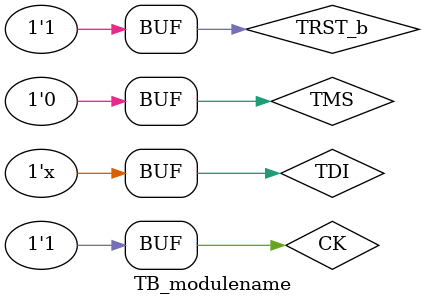
<source format=v>
`timescale 1ns/100ps


module TB_modulename();
	wire TDO;	//output signals
	reg CK, TRST_b, TMS, TDI;	//input signals

	//Insert correct wiring below
	modulename TOP (CLOCKS, INPUTS, OUTPUTS);

	initial begin
		CK = 1'b0;
		//Test vector 1
		{TRST_b, TMS, TDI} = 3'bZZZ;
		#5;
		#5;
		CK = 1'b0;
		//Test vector 2
		{TRST_b, TMS, TDI} = 3'b11Z;
		#5;
		CK = 1'b1;
		#5;
		CK = 1'b0;
		//Test vector 3
		{TRST_b, TMS, TDI} = 3'b01Z;
		#5;
		CK = 1'b1;
		#5;
		CK = 1'b0;
		//Test vector 4
		{TRST_b, TMS, TDI} = 3'b11Z;
		#5;
		CK = 1'b1;
		#5;
		CK = 1'b0;
		//Test vector 5
		{TRST_b, TMS, TDI} = 3'b10Z;
		#5;
		CK = 1'b1;
		#5;
		CK = 1'b0;
		//Test vector 6
		{TRST_b, TMS, TDI} = 3'b11Z;
		#5;
		CK = 1'b1;
		#5;
		CK = 1'b0;
		//Test vector 7
		{TRST_b, TMS, TDI} = 3'b11Z;
		#5;
		CK = 1'b1;
		#5;
		CK = 1'b0;
		//Test vector 8
		{TRST_b, TMS, TDI} = 3'b10Z;
		#5;
		CK = 1'b1;
		#5;
		CK = 1'b0;
		//Test vector 9
		{TRST_b, TMS, TDI} = 3'b10Z;
		#5;
		CK = 1'b1;
		#5;
		CK = 1'b0;
		//Test vector 10
		{TRST_b, TMS, TDI} = 3'b100;
		#5;
		CK = 1'b1;
		#5;
		CK = 1'b0;
		//Test vector 11
		{TRST_b, TMS, TDI} = 3'b111;
		#5;
		CK = 1'b1;
		#5;
		CK = 1'b0;
		//Test vector 12
		{TRST_b, TMS, TDI} = 3'b11Z;
		#5;
		CK = 1'b1;
		#5;
		CK = 1'b0;
		//Test vector 13
		{TRST_b, TMS, TDI} = 3'b11Z;
		#5;
		CK = 1'b1;
		#5;
		CK = 1'b0;
		//Test vector 14
		{TRST_b, TMS, TDI} = 3'b10Z;
		#5;
		CK = 1'b1;
		#5;
		CK = 1'b0;
		//Test vector 15
		{TRST_b, TMS, TDI} = 3'b10Z;
		#5;
		CK = 1'b1;
		#5;
		CK = 1'b0;
		//Test vector 16
		{TRST_b, TMS, TDI} = 3'b100;
		#5;
		CK = 1'b1;
		#5;
		CK = 1'b0;
		//Test vector 17
		{TRST_b, TMS, TDI} = 3'b100;
		#5;
		CK = 1'b1;
		#5;
		CK = 1'b0;
		//Test vector 18
		{TRST_b, TMS, TDI} = 3'b111;
		#5;
		CK = 1'b1;
		#5;
		CK = 1'b0;
		//Test vector 19
		{TRST_b, TMS, TDI} = 3'b11Z;
		#5;
		CK = 1'b1;
		#5;
		CK = 1'b0;
		//Test vector 20
		{TRST_b, TMS, TDI} = 3'b11Z;
		#5;
		CK = 1'b1;
		#5;
		CK = 1'b0;
		//Test vector 21
		{TRST_b, TMS, TDI} = 3'b10Z;
		#5;
		CK = 1'b1;
		#5;
		CK = 1'b0;
		//Test vector 22
		{TRST_b, TMS, TDI} = 3'b10Z;
		#5;
		CK = 1'b1;
		#5;
		CK = 1'b0;
		//Test vector 23
		{TRST_b, TMS, TDI} = 3'b100;
		#5;
		CK = 1'b1;
		#5;
		CK = 1'b0;
		//Test vector 24
		{TRST_b, TMS, TDI} = 3'b101;
		#5;
		CK = 1'b1;
		#5;
		CK = 1'b0;
		//Test vector 25
		{TRST_b, TMS, TDI} = 3'b111;
		#5;
		CK = 1'b1;
		#5;
		CK = 1'b0;
		//Test vector 26
		{TRST_b, TMS, TDI} = 3'b11Z;
		#5;
		CK = 1'b1;
		#5;
		CK = 1'b0;
		//Test vector 27
		{TRST_b, TMS, TDI} = 3'b11Z;
		#5;
		CK = 1'b1;
		#5;
		CK = 1'b0;
		//Test vector 28
		{TRST_b, TMS, TDI} = 3'b10Z;
		#5;
		CK = 1'b1;
		#5;
		CK = 1'b0;
		//Test vector 29
		{TRST_b, TMS, TDI} = 3'b10Z;
		#5;
		CK = 1'b1;
		#5;
		CK = 1'b0;
		//Test vector 30
		{TRST_b, TMS, TDI} = 3'b100;
		#5;
		CK = 1'b1;
		#5;
		CK = 1'b0;
		//Test vector 31
		{TRST_b, TMS, TDI} = 3'b101;
		#5;
		CK = 1'b1;
		#5;
		CK = 1'b0;
		//Test vector 32
		{TRST_b, TMS, TDI} = 3'b110;
		#5;
		CK = 1'b1;
		#5;
		CK = 1'b0;
		//Test vector 33
		{TRST_b, TMS, TDI} = 3'b11Z;
		#5;
		CK = 1'b1;
		#5;
		CK = 1'b0;
		//Test vector 34
		{TRST_b, TMS, TDI} = 3'b11Z;
		#5;
		CK = 1'b1;
		#5;
		CK = 1'b0;
		//Test vector 35
		{TRST_b, TMS, TDI} = 3'b10Z;
		#5;
		CK = 1'b1;
		#5;
		CK = 1'b0;
		//Test vector 36
		{TRST_b, TMS, TDI} = 3'b10Z;
		#5;
		CK = 1'b1;
		#5;
		CK = 1'b0;
		//Test vector 37
		{TRST_b, TMS, TDI} = 3'b100;
		#5;
		CK = 1'b1;
		#5;
		CK = 1'b0;
		//Test vector 38
		{TRST_b, TMS, TDI} = 3'b100;
		#5;
		CK = 1'b1;
		#5;
		CK = 1'b0;
		//Test vector 39
		{TRST_b, TMS, TDI} = 3'b110;
		#5;
		CK = 1'b1;
		#5;
		CK = 1'b0;
		//Test vector 40
		{TRST_b, TMS, TDI} = 3'b11Z;
		#5;
		CK = 1'b1;
		#5;
		CK = 1'b0;
		//Test vector 41
		{TRST_b, TMS, TDI} = 3'b11Z;
		#5;
		CK = 1'b1;
		#5;
		CK = 1'b0;
		//Test vector 42
		{TRST_b, TMS, TDI} = 3'b10Z;
		#5;
		CK = 1'b1;
		#5;
		CK = 1'b0;
		//Test vector 43
		{TRST_b, TMS, TDI} = 3'b10Z;
		#5;
		CK = 1'b1;
		#5;
		CK = 1'b0;
		//Test vector 44
		{TRST_b, TMS, TDI} = 3'b100;
		#5;
		CK = 1'b1;
		#5;
		CK = 1'b0;
		//Test vector 45
		{TRST_b, TMS, TDI} = 3'b100;
		#5;
		CK = 1'b1;
		#5;
		CK = 1'b0;
		//Test vector 46
		{TRST_b, TMS, TDI} = 3'b110;
		#5;
		CK = 1'b1;
		#5;
		CK = 1'b0;
		//Test vector 47
		{TRST_b, TMS, TDI} = 3'b11Z;
		#5;
		CK = 1'b1;
		#5;
		CK = 1'b0;
		//Test vector 48
		{TRST_b, TMS, TDI} = 3'b11Z;
		#5;
		CK = 1'b1;
		#5;
		CK = 1'b0;
		//Test vector 49
		{TRST_b, TMS, TDI} = 3'b10Z;
		#5;
		CK = 1'b1;
		#5;
		CK = 1'b0;
		//Test vector 50
		{TRST_b, TMS, TDI} = 3'b10Z;
		#5;
		CK = 1'b1;
		#5;
		CK = 1'b0;
		//Test vector 51
		{TRST_b, TMS, TDI} = 3'b10Z;
		#5;
		CK = 1'b1;
		#5;
		CK = 1'b0;
		//Test vector 52
		{TRST_b, TMS, TDI} = 3'b10Z;
		#5;
		CK = 1'b1;
		#5;
		CK = 1'b0;
		//Test vector 53
		{TRST_b, TMS, TDI} = 3'b11Z;
		#5;
		CK = 1'b1;
		#5;
		CK = 1'b0;
		//Test vector 54
		{TRST_b, TMS, TDI} = 3'b11Z;
		#5;
		CK = 1'b1;
		#5;
		CK = 1'b0;
		//Test vector 55
		{TRST_b, TMS, TDI} = 3'b11Z;
		#5;
		CK = 1'b1;
		#5;
		CK = 1'b0;
		//Test vector 56
		{TRST_b, TMS, TDI} = 3'b10Z;
		#5;
		CK = 1'b1;
		#5;
		CK = 1'b0;
		//Test vector 57
		{TRST_b, TMS, TDI} = 3'b10Z;
		#5;
		CK = 1'b1;
		#5;
	end
endmodule

</source>
